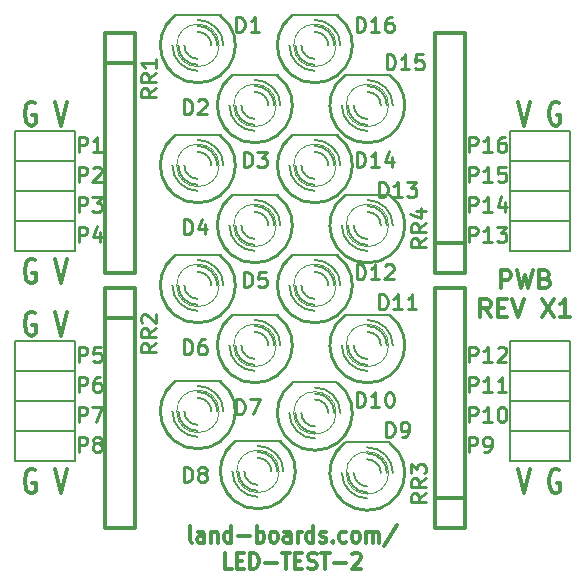
<source format=gto>
G04 (created by PCBNEW (2013-07-07 BZR 4022)-stable) date 10/24/2014 11:46:49 AM*
%MOIN*%
G04 Gerber Fmt 3.4, Leading zero omitted, Abs format*
%FSLAX34Y34*%
G01*
G70*
G90*
G04 APERTURE LIST*
%ADD10C,0.00590551*%
%ADD11C,0.012*%
%ADD12C,0.008*%
%ADD13C,0.003*%
%ADD14C,0.01*%
%ADD15C,0.006*%
G04 APERTURE END LIST*
G54D10*
G54D11*
X78271Y-34773D02*
X78471Y-35573D01*
X78671Y-34773D01*
X79642Y-34811D02*
X79585Y-34773D01*
X79500Y-34773D01*
X79414Y-34811D01*
X79357Y-34888D01*
X79328Y-34964D01*
X79300Y-35116D01*
X79300Y-35230D01*
X79328Y-35383D01*
X79357Y-35459D01*
X79414Y-35535D01*
X79500Y-35573D01*
X79557Y-35573D01*
X79642Y-35535D01*
X79671Y-35497D01*
X79671Y-35230D01*
X79557Y-35230D01*
X78271Y-47023D02*
X78471Y-47823D01*
X78671Y-47023D01*
X79642Y-47061D02*
X79585Y-47023D01*
X79500Y-47023D01*
X79414Y-47061D01*
X79357Y-47138D01*
X79328Y-47214D01*
X79300Y-47366D01*
X79300Y-47480D01*
X79328Y-47633D01*
X79357Y-47709D01*
X79414Y-47785D01*
X79500Y-47823D01*
X79557Y-47823D01*
X79642Y-47785D01*
X79671Y-47747D01*
X79671Y-47480D01*
X79557Y-47480D01*
X62171Y-40061D02*
X62114Y-40023D01*
X62028Y-40023D01*
X61942Y-40061D01*
X61885Y-40138D01*
X61857Y-40214D01*
X61828Y-40366D01*
X61828Y-40480D01*
X61857Y-40633D01*
X61885Y-40709D01*
X61942Y-40785D01*
X62028Y-40823D01*
X62085Y-40823D01*
X62171Y-40785D01*
X62200Y-40747D01*
X62200Y-40480D01*
X62085Y-40480D01*
X62828Y-40023D02*
X63028Y-40823D01*
X63228Y-40023D01*
X62171Y-34811D02*
X62114Y-34773D01*
X62028Y-34773D01*
X61942Y-34811D01*
X61885Y-34888D01*
X61857Y-34964D01*
X61828Y-35116D01*
X61828Y-35230D01*
X61857Y-35383D01*
X61885Y-35459D01*
X61942Y-35535D01*
X62028Y-35573D01*
X62085Y-35573D01*
X62171Y-35535D01*
X62200Y-35497D01*
X62200Y-35230D01*
X62085Y-35230D01*
X62828Y-34773D02*
X63028Y-35573D01*
X63228Y-34773D01*
X62171Y-41811D02*
X62114Y-41773D01*
X62028Y-41773D01*
X61942Y-41811D01*
X61885Y-41888D01*
X61857Y-41964D01*
X61828Y-42116D01*
X61828Y-42230D01*
X61857Y-42383D01*
X61885Y-42459D01*
X61942Y-42535D01*
X62028Y-42573D01*
X62085Y-42573D01*
X62171Y-42535D01*
X62200Y-42497D01*
X62200Y-42230D01*
X62085Y-42230D01*
X62828Y-41773D02*
X63028Y-42573D01*
X63228Y-41773D01*
X62171Y-47061D02*
X62114Y-47023D01*
X62028Y-47023D01*
X61942Y-47061D01*
X61885Y-47138D01*
X61857Y-47214D01*
X61828Y-47366D01*
X61828Y-47480D01*
X61857Y-47633D01*
X61885Y-47709D01*
X61942Y-47785D01*
X62028Y-47823D01*
X62085Y-47823D01*
X62171Y-47785D01*
X62200Y-47747D01*
X62200Y-47480D01*
X62085Y-47480D01*
X62828Y-47023D02*
X63028Y-47823D01*
X63228Y-47023D01*
X67404Y-49472D02*
X67357Y-49446D01*
X67333Y-49394D01*
X67333Y-48922D01*
X67809Y-49472D02*
X67809Y-49184D01*
X67785Y-49132D01*
X67738Y-49105D01*
X67642Y-49105D01*
X67595Y-49132D01*
X67809Y-49446D02*
X67761Y-49472D01*
X67642Y-49472D01*
X67595Y-49446D01*
X67571Y-49394D01*
X67571Y-49341D01*
X67595Y-49289D01*
X67642Y-49263D01*
X67761Y-49263D01*
X67809Y-49236D01*
X68047Y-49105D02*
X68047Y-49472D01*
X68047Y-49158D02*
X68071Y-49132D01*
X68119Y-49105D01*
X68190Y-49105D01*
X68238Y-49132D01*
X68261Y-49184D01*
X68261Y-49472D01*
X68714Y-49472D02*
X68714Y-48922D01*
X68714Y-49446D02*
X68666Y-49472D01*
X68571Y-49472D01*
X68523Y-49446D01*
X68500Y-49420D01*
X68476Y-49367D01*
X68476Y-49210D01*
X68500Y-49158D01*
X68523Y-49132D01*
X68571Y-49105D01*
X68666Y-49105D01*
X68714Y-49132D01*
X68952Y-49263D02*
X69333Y-49263D01*
X69571Y-49472D02*
X69571Y-48922D01*
X69571Y-49132D02*
X69619Y-49105D01*
X69714Y-49105D01*
X69761Y-49132D01*
X69785Y-49158D01*
X69809Y-49210D01*
X69809Y-49367D01*
X69785Y-49420D01*
X69761Y-49446D01*
X69714Y-49472D01*
X69619Y-49472D01*
X69571Y-49446D01*
X70095Y-49472D02*
X70047Y-49446D01*
X70023Y-49420D01*
X70000Y-49367D01*
X70000Y-49210D01*
X70023Y-49158D01*
X70047Y-49132D01*
X70095Y-49105D01*
X70166Y-49105D01*
X70214Y-49132D01*
X70238Y-49158D01*
X70261Y-49210D01*
X70261Y-49367D01*
X70238Y-49420D01*
X70214Y-49446D01*
X70166Y-49472D01*
X70095Y-49472D01*
X70690Y-49472D02*
X70690Y-49184D01*
X70666Y-49132D01*
X70619Y-49105D01*
X70523Y-49105D01*
X70476Y-49132D01*
X70690Y-49446D02*
X70642Y-49472D01*
X70523Y-49472D01*
X70476Y-49446D01*
X70452Y-49394D01*
X70452Y-49341D01*
X70476Y-49289D01*
X70523Y-49263D01*
X70642Y-49263D01*
X70690Y-49236D01*
X70928Y-49472D02*
X70928Y-49105D01*
X70928Y-49210D02*
X70952Y-49158D01*
X70976Y-49132D01*
X71023Y-49105D01*
X71071Y-49105D01*
X71452Y-49472D02*
X71452Y-48922D01*
X71452Y-49446D02*
X71404Y-49472D01*
X71309Y-49472D01*
X71261Y-49446D01*
X71238Y-49420D01*
X71214Y-49367D01*
X71214Y-49210D01*
X71238Y-49158D01*
X71261Y-49132D01*
X71309Y-49105D01*
X71404Y-49105D01*
X71452Y-49132D01*
X71666Y-49446D02*
X71714Y-49472D01*
X71809Y-49472D01*
X71857Y-49446D01*
X71880Y-49394D01*
X71880Y-49367D01*
X71857Y-49315D01*
X71809Y-49289D01*
X71738Y-49289D01*
X71690Y-49263D01*
X71666Y-49210D01*
X71666Y-49184D01*
X71690Y-49132D01*
X71738Y-49105D01*
X71809Y-49105D01*
X71857Y-49132D01*
X72095Y-49420D02*
X72119Y-49446D01*
X72095Y-49472D01*
X72071Y-49446D01*
X72095Y-49420D01*
X72095Y-49472D01*
X72547Y-49446D02*
X72500Y-49472D01*
X72404Y-49472D01*
X72357Y-49446D01*
X72333Y-49420D01*
X72309Y-49367D01*
X72309Y-49210D01*
X72333Y-49158D01*
X72357Y-49132D01*
X72404Y-49105D01*
X72500Y-49105D01*
X72547Y-49132D01*
X72833Y-49472D02*
X72785Y-49446D01*
X72761Y-49420D01*
X72738Y-49367D01*
X72738Y-49210D01*
X72761Y-49158D01*
X72785Y-49132D01*
X72833Y-49105D01*
X72904Y-49105D01*
X72952Y-49132D01*
X72976Y-49158D01*
X73000Y-49210D01*
X73000Y-49367D01*
X72976Y-49420D01*
X72952Y-49446D01*
X72904Y-49472D01*
X72833Y-49472D01*
X73214Y-49472D02*
X73214Y-49105D01*
X73214Y-49158D02*
X73238Y-49132D01*
X73285Y-49105D01*
X73357Y-49105D01*
X73404Y-49132D01*
X73428Y-49184D01*
X73428Y-49472D01*
X73428Y-49184D02*
X73452Y-49132D01*
X73500Y-49105D01*
X73571Y-49105D01*
X73619Y-49132D01*
X73642Y-49184D01*
X73642Y-49472D01*
X74238Y-48896D02*
X73809Y-49603D01*
X68726Y-50362D02*
X68488Y-50362D01*
X68488Y-49812D01*
X68892Y-50074D02*
X69059Y-50074D01*
X69130Y-50362D02*
X68892Y-50362D01*
X68892Y-49812D01*
X69130Y-49812D01*
X69345Y-50362D02*
X69345Y-49812D01*
X69464Y-49812D01*
X69535Y-49838D01*
X69583Y-49891D01*
X69607Y-49943D01*
X69630Y-50048D01*
X69630Y-50126D01*
X69607Y-50231D01*
X69583Y-50284D01*
X69535Y-50336D01*
X69464Y-50362D01*
X69345Y-50362D01*
X69845Y-50153D02*
X70226Y-50153D01*
X70392Y-49812D02*
X70678Y-49812D01*
X70535Y-50362D02*
X70535Y-49812D01*
X70845Y-50074D02*
X71011Y-50074D01*
X71083Y-50362D02*
X70845Y-50362D01*
X70845Y-49812D01*
X71083Y-49812D01*
X71273Y-50336D02*
X71345Y-50362D01*
X71464Y-50362D01*
X71511Y-50336D01*
X71535Y-50310D01*
X71559Y-50257D01*
X71559Y-50205D01*
X71535Y-50153D01*
X71511Y-50126D01*
X71464Y-50100D01*
X71369Y-50074D01*
X71321Y-50048D01*
X71297Y-50022D01*
X71273Y-49969D01*
X71273Y-49917D01*
X71297Y-49865D01*
X71321Y-49838D01*
X71369Y-49812D01*
X71488Y-49812D01*
X71559Y-49838D01*
X71702Y-49812D02*
X71988Y-49812D01*
X71845Y-50362D02*
X71845Y-49812D01*
X72154Y-50153D02*
X72535Y-50153D01*
X72750Y-49865D02*
X72773Y-49838D01*
X72821Y-49812D01*
X72940Y-49812D01*
X72988Y-49838D01*
X73011Y-49865D01*
X73035Y-49917D01*
X73035Y-49969D01*
X73011Y-50048D01*
X72726Y-50362D01*
X73035Y-50362D01*
X77700Y-40992D02*
X77700Y-40392D01*
X77928Y-40392D01*
X77985Y-40421D01*
X78014Y-40450D01*
X78042Y-40507D01*
X78042Y-40592D01*
X78014Y-40650D01*
X77985Y-40678D01*
X77928Y-40707D01*
X77700Y-40707D01*
X78242Y-40392D02*
X78385Y-40992D01*
X78500Y-40564D01*
X78614Y-40992D01*
X78757Y-40392D01*
X79185Y-40678D02*
X79271Y-40707D01*
X79300Y-40735D01*
X79328Y-40792D01*
X79328Y-40878D01*
X79300Y-40935D01*
X79271Y-40964D01*
X79214Y-40992D01*
X78985Y-40992D01*
X78985Y-40392D01*
X79185Y-40392D01*
X79242Y-40421D01*
X79271Y-40450D01*
X79300Y-40507D01*
X79300Y-40564D01*
X79271Y-40621D01*
X79242Y-40650D01*
X79185Y-40678D01*
X78985Y-40678D01*
X77357Y-41952D02*
X77157Y-41667D01*
X77014Y-41952D02*
X77014Y-41352D01*
X77242Y-41352D01*
X77299Y-41381D01*
X77328Y-41410D01*
X77357Y-41467D01*
X77357Y-41552D01*
X77328Y-41610D01*
X77299Y-41638D01*
X77242Y-41667D01*
X77014Y-41667D01*
X77614Y-41638D02*
X77814Y-41638D01*
X77899Y-41952D02*
X77614Y-41952D01*
X77614Y-41352D01*
X77899Y-41352D01*
X78071Y-41352D02*
X78271Y-41952D01*
X78471Y-41352D01*
X79071Y-41352D02*
X79471Y-41952D01*
X79471Y-41352D02*
X79071Y-41952D01*
X80014Y-41952D02*
X79671Y-41952D01*
X79842Y-41952D02*
X79842Y-41352D01*
X79785Y-41438D01*
X79728Y-41495D01*
X79671Y-41524D01*
G54D12*
X68350Y-44080D02*
X66850Y-44080D01*
G54D13*
X68307Y-45100D02*
G75*
G03X68307Y-45100I-707J0D01*
G74*
G01*
G54D14*
X66849Y-44100D02*
G75*
G03X68350Y-44100I750J-999D01*
G74*
G01*
G54D15*
X67150Y-45100D02*
G75*
G03X67600Y-45550I450J0D01*
G74*
G01*
X68050Y-45100D02*
G75*
G03X67600Y-44650I-450J0D01*
G74*
G01*
X66950Y-45100D02*
G75*
G03X67600Y-45750I650J0D01*
G74*
G01*
X68250Y-45100D02*
G75*
G03X67600Y-44450I-650J0D01*
G74*
G01*
X66750Y-45100D02*
G75*
G03X67600Y-45950I850J0D01*
G74*
G01*
X68450Y-45100D02*
G75*
G03X67600Y-44250I-850J0D01*
G74*
G01*
G54D12*
X72250Y-39880D02*
X70750Y-39880D01*
G54D13*
X72207Y-40900D02*
G75*
G03X72207Y-40900I-707J0D01*
G74*
G01*
G54D14*
X70749Y-39900D02*
G75*
G03X72250Y-39900I750J-999D01*
G74*
G01*
G54D15*
X71050Y-40900D02*
G75*
G03X71500Y-41350I450J0D01*
G74*
G01*
X71950Y-40900D02*
G75*
G03X71500Y-40450I-450J0D01*
G74*
G01*
X70850Y-40900D02*
G75*
G03X71500Y-41550I650J0D01*
G74*
G01*
X72150Y-40900D02*
G75*
G03X71500Y-40250I-650J0D01*
G74*
G01*
X70650Y-40900D02*
G75*
G03X71500Y-41750I850J0D01*
G74*
G01*
X72350Y-40900D02*
G75*
G03X71500Y-40050I-850J0D01*
G74*
G01*
G54D12*
X74000Y-41880D02*
X72500Y-41880D01*
G54D13*
X73957Y-42900D02*
G75*
G03X73957Y-42900I-707J0D01*
G74*
G01*
G54D14*
X72499Y-41900D02*
G75*
G03X74000Y-41900I750J-999D01*
G74*
G01*
G54D15*
X72800Y-42900D02*
G75*
G03X73250Y-43350I450J0D01*
G74*
G01*
X73700Y-42900D02*
G75*
G03X73250Y-42450I-450J0D01*
G74*
G01*
X72600Y-42900D02*
G75*
G03X73250Y-43550I650J0D01*
G74*
G01*
X73900Y-42900D02*
G75*
G03X73250Y-42250I-650J0D01*
G74*
G01*
X72400Y-42900D02*
G75*
G03X73250Y-43750I850J0D01*
G74*
G01*
X74100Y-42900D02*
G75*
G03X73250Y-42050I-850J0D01*
G74*
G01*
G54D12*
X72250Y-44130D02*
X70750Y-44130D01*
G54D13*
X72207Y-45150D02*
G75*
G03X72207Y-45150I-707J0D01*
G74*
G01*
G54D14*
X70749Y-44150D02*
G75*
G03X72250Y-44150I750J-999D01*
G74*
G01*
G54D15*
X71050Y-45150D02*
G75*
G03X71500Y-45600I450J0D01*
G74*
G01*
X71950Y-45150D02*
G75*
G03X71500Y-44700I-450J0D01*
G74*
G01*
X70850Y-45150D02*
G75*
G03X71500Y-45800I650J0D01*
G74*
G01*
X72150Y-45150D02*
G75*
G03X71500Y-44500I-650J0D01*
G74*
G01*
X70650Y-45150D02*
G75*
G03X71500Y-46000I850J0D01*
G74*
G01*
X72350Y-45150D02*
G75*
G03X71500Y-44300I-850J0D01*
G74*
G01*
G54D12*
X74000Y-46130D02*
X72500Y-46130D01*
G54D13*
X73957Y-47150D02*
G75*
G03X73957Y-47150I-707J0D01*
G74*
G01*
G54D14*
X72499Y-46150D02*
G75*
G03X74000Y-46150I750J-999D01*
G74*
G01*
G54D15*
X72800Y-47150D02*
G75*
G03X73250Y-47600I450J0D01*
G74*
G01*
X73700Y-47150D02*
G75*
G03X73250Y-46700I-450J0D01*
G74*
G01*
X72600Y-47150D02*
G75*
G03X73250Y-47800I650J0D01*
G74*
G01*
X73900Y-47150D02*
G75*
G03X73250Y-46500I-650J0D01*
G74*
G01*
X72400Y-47150D02*
G75*
G03X73250Y-48000I850J0D01*
G74*
G01*
X74100Y-47150D02*
G75*
G03X73250Y-46300I-850J0D01*
G74*
G01*
G54D12*
X70350Y-46080D02*
X68850Y-46080D01*
G54D13*
X70307Y-47100D02*
G75*
G03X70307Y-47100I-707J0D01*
G74*
G01*
G54D14*
X68849Y-46100D02*
G75*
G03X70350Y-46100I750J-999D01*
G74*
G01*
G54D15*
X69150Y-47100D02*
G75*
G03X69600Y-47550I450J0D01*
G74*
G01*
X70050Y-47100D02*
G75*
G03X69600Y-46650I-450J0D01*
G74*
G01*
X68950Y-47100D02*
G75*
G03X69600Y-47750I650J0D01*
G74*
G01*
X70250Y-47100D02*
G75*
G03X69600Y-46450I-650J0D01*
G74*
G01*
X68750Y-47100D02*
G75*
G03X69600Y-47950I850J0D01*
G74*
G01*
X70450Y-47100D02*
G75*
G03X69600Y-46250I-850J0D01*
G74*
G01*
G54D12*
X70250Y-41880D02*
X68750Y-41880D01*
G54D13*
X70207Y-42900D02*
G75*
G03X70207Y-42900I-707J0D01*
G74*
G01*
G54D14*
X68749Y-41900D02*
G75*
G03X70250Y-41900I750J-999D01*
G74*
G01*
G54D15*
X69050Y-42900D02*
G75*
G03X69500Y-43350I450J0D01*
G74*
G01*
X69950Y-42900D02*
G75*
G03X69500Y-42450I-450J0D01*
G74*
G01*
X68850Y-42900D02*
G75*
G03X69500Y-43550I650J0D01*
G74*
G01*
X70150Y-42900D02*
G75*
G03X69500Y-42250I-650J0D01*
G74*
G01*
X68650Y-42900D02*
G75*
G03X69500Y-43750I850J0D01*
G74*
G01*
X70350Y-42900D02*
G75*
G03X69500Y-42050I-850J0D01*
G74*
G01*
G54D12*
X68350Y-39880D02*
X66850Y-39880D01*
G54D13*
X68307Y-40900D02*
G75*
G03X68307Y-40900I-707J0D01*
G74*
G01*
G54D14*
X66849Y-39900D02*
G75*
G03X68350Y-39900I750J-999D01*
G74*
G01*
G54D15*
X67150Y-40900D02*
G75*
G03X67600Y-41350I450J0D01*
G74*
G01*
X68050Y-40900D02*
G75*
G03X67600Y-40450I-450J0D01*
G74*
G01*
X66950Y-40900D02*
G75*
G03X67600Y-41550I650J0D01*
G74*
G01*
X68250Y-40900D02*
G75*
G03X67600Y-40250I-650J0D01*
G74*
G01*
X66750Y-40900D02*
G75*
G03X67600Y-41750I850J0D01*
G74*
G01*
X68450Y-40900D02*
G75*
G03X67600Y-40050I-850J0D01*
G74*
G01*
G54D12*
X70250Y-37880D02*
X68750Y-37880D01*
G54D13*
X70207Y-38900D02*
G75*
G03X70207Y-38900I-707J0D01*
G74*
G01*
G54D14*
X68749Y-37900D02*
G75*
G03X70250Y-37900I750J-999D01*
G74*
G01*
G54D15*
X69050Y-38900D02*
G75*
G03X69500Y-39350I450J0D01*
G74*
G01*
X69950Y-38900D02*
G75*
G03X69500Y-38450I-450J0D01*
G74*
G01*
X68850Y-38900D02*
G75*
G03X69500Y-39550I650J0D01*
G74*
G01*
X70150Y-38900D02*
G75*
G03X69500Y-38250I-650J0D01*
G74*
G01*
X68650Y-38900D02*
G75*
G03X69500Y-39750I850J0D01*
G74*
G01*
X70350Y-38900D02*
G75*
G03X69500Y-38050I-850J0D01*
G74*
G01*
G54D12*
X68350Y-35880D02*
X66850Y-35880D01*
G54D13*
X68307Y-36900D02*
G75*
G03X68307Y-36900I-707J0D01*
G74*
G01*
G54D14*
X66849Y-35900D02*
G75*
G03X68350Y-35900I750J-999D01*
G74*
G01*
G54D15*
X67150Y-36900D02*
G75*
G03X67600Y-37350I450J0D01*
G74*
G01*
X68050Y-36900D02*
G75*
G03X67600Y-36450I-450J0D01*
G74*
G01*
X66950Y-36900D02*
G75*
G03X67600Y-37550I650J0D01*
G74*
G01*
X68250Y-36900D02*
G75*
G03X67600Y-36250I-650J0D01*
G74*
G01*
X66750Y-36900D02*
G75*
G03X67600Y-37750I850J0D01*
G74*
G01*
X68450Y-36900D02*
G75*
G03X67600Y-36050I-850J0D01*
G74*
G01*
G54D12*
X70250Y-33880D02*
X68750Y-33880D01*
G54D13*
X70207Y-34900D02*
G75*
G03X70207Y-34900I-707J0D01*
G74*
G01*
G54D14*
X68749Y-33900D02*
G75*
G03X70250Y-33900I750J-999D01*
G74*
G01*
G54D15*
X69050Y-34900D02*
G75*
G03X69500Y-35350I450J0D01*
G74*
G01*
X69950Y-34900D02*
G75*
G03X69500Y-34450I-450J0D01*
G74*
G01*
X68850Y-34900D02*
G75*
G03X69500Y-35550I650J0D01*
G74*
G01*
X70150Y-34900D02*
G75*
G03X69500Y-34250I-650J0D01*
G74*
G01*
X68650Y-34900D02*
G75*
G03X69500Y-35750I850J0D01*
G74*
G01*
X70350Y-34900D02*
G75*
G03X69500Y-34050I-850J0D01*
G74*
G01*
G54D12*
X68350Y-31880D02*
X66850Y-31880D01*
G54D13*
X68307Y-32900D02*
G75*
G03X68307Y-32900I-707J0D01*
G74*
G01*
G54D14*
X66849Y-31900D02*
G75*
G03X68350Y-31900I750J-999D01*
G74*
G01*
G54D15*
X67150Y-32900D02*
G75*
G03X67600Y-33350I450J0D01*
G74*
G01*
X68050Y-32900D02*
G75*
G03X67600Y-32450I-450J0D01*
G74*
G01*
X66950Y-32900D02*
G75*
G03X67600Y-33550I650J0D01*
G74*
G01*
X68250Y-32900D02*
G75*
G03X67600Y-32250I-650J0D01*
G74*
G01*
X66750Y-32900D02*
G75*
G03X67600Y-33750I850J0D01*
G74*
G01*
X68450Y-32900D02*
G75*
G03X67600Y-32050I-850J0D01*
G74*
G01*
G54D12*
X72250Y-31880D02*
X70750Y-31880D01*
G54D13*
X72207Y-32900D02*
G75*
G03X72207Y-32900I-707J0D01*
G74*
G01*
G54D14*
X70749Y-31900D02*
G75*
G03X72250Y-31900I750J-999D01*
G74*
G01*
G54D15*
X71050Y-32900D02*
G75*
G03X71500Y-33350I450J0D01*
G74*
G01*
X71950Y-32900D02*
G75*
G03X71500Y-32450I-450J0D01*
G74*
G01*
X70850Y-32900D02*
G75*
G03X71500Y-33550I650J0D01*
G74*
G01*
X72150Y-32900D02*
G75*
G03X71500Y-32250I-650J0D01*
G74*
G01*
X70650Y-32900D02*
G75*
G03X71500Y-33750I850J0D01*
G74*
G01*
X72350Y-32900D02*
G75*
G03X71500Y-32050I-850J0D01*
G74*
G01*
G54D12*
X74000Y-37880D02*
X72500Y-37880D01*
G54D13*
X73957Y-38900D02*
G75*
G03X73957Y-38900I-707J0D01*
G74*
G01*
G54D14*
X72499Y-37900D02*
G75*
G03X74000Y-37900I750J-999D01*
G74*
G01*
G54D15*
X72800Y-38900D02*
G75*
G03X73250Y-39350I450J0D01*
G74*
G01*
X73700Y-38900D02*
G75*
G03X73250Y-38450I-450J0D01*
G74*
G01*
X72600Y-38900D02*
G75*
G03X73250Y-39550I650J0D01*
G74*
G01*
X73900Y-38900D02*
G75*
G03X73250Y-38250I-650J0D01*
G74*
G01*
X72400Y-38900D02*
G75*
G03X73250Y-39750I850J0D01*
G74*
G01*
X74100Y-38900D02*
G75*
G03X73250Y-38050I-850J0D01*
G74*
G01*
G54D12*
X72250Y-35880D02*
X70750Y-35880D01*
G54D13*
X72207Y-36900D02*
G75*
G03X72207Y-36900I-707J0D01*
G74*
G01*
G54D14*
X70749Y-35900D02*
G75*
G03X72250Y-35900I750J-999D01*
G74*
G01*
G54D15*
X71050Y-36900D02*
G75*
G03X71500Y-37350I450J0D01*
G74*
G01*
X71950Y-36900D02*
G75*
G03X71500Y-36450I-450J0D01*
G74*
G01*
X70850Y-36900D02*
G75*
G03X71500Y-37550I650J0D01*
G74*
G01*
X72150Y-36900D02*
G75*
G03X71500Y-36250I-650J0D01*
G74*
G01*
X70650Y-36900D02*
G75*
G03X71500Y-37750I850J0D01*
G74*
G01*
X72350Y-36900D02*
G75*
G03X71500Y-36050I-850J0D01*
G74*
G01*
G54D12*
X74000Y-33880D02*
X72500Y-33880D01*
G54D13*
X73957Y-34900D02*
G75*
G03X73957Y-34900I-707J0D01*
G74*
G01*
G54D14*
X72499Y-33900D02*
G75*
G03X74000Y-33900I750J-999D01*
G74*
G01*
G54D15*
X72800Y-34900D02*
G75*
G03X73250Y-35350I450J0D01*
G74*
G01*
X73700Y-34900D02*
G75*
G03X73250Y-34450I-450J0D01*
G74*
G01*
X72600Y-34900D02*
G75*
G03X73250Y-35550I650J0D01*
G74*
G01*
X73900Y-34900D02*
G75*
G03X73250Y-34250I-650J0D01*
G74*
G01*
X72400Y-34900D02*
G75*
G03X73250Y-35750I850J0D01*
G74*
G01*
X74100Y-34900D02*
G75*
G03X73250Y-34050I-850J0D01*
G74*
G01*
X80000Y-45750D02*
X80000Y-46750D01*
X80000Y-46750D02*
X78000Y-46750D01*
X78000Y-46750D02*
X78000Y-45750D01*
X78000Y-45750D02*
X80000Y-45750D01*
X80000Y-35750D02*
X80000Y-36750D01*
X80000Y-36750D02*
X78000Y-36750D01*
X78000Y-36750D02*
X78000Y-35750D01*
X78000Y-35750D02*
X80000Y-35750D01*
X80000Y-36750D02*
X80000Y-37750D01*
X80000Y-37750D02*
X78000Y-37750D01*
X78000Y-37750D02*
X78000Y-36750D01*
X78000Y-36750D02*
X80000Y-36750D01*
X80000Y-37750D02*
X80000Y-38750D01*
X80000Y-38750D02*
X78000Y-38750D01*
X78000Y-38750D02*
X78000Y-37750D01*
X78000Y-37750D02*
X80000Y-37750D01*
X80000Y-38750D02*
X80000Y-39750D01*
X80000Y-39750D02*
X78000Y-39750D01*
X78000Y-39750D02*
X78000Y-38750D01*
X78000Y-38750D02*
X80000Y-38750D01*
X80000Y-42750D02*
X80000Y-43750D01*
X80000Y-43750D02*
X78000Y-43750D01*
X78000Y-43750D02*
X78000Y-42750D01*
X78000Y-42750D02*
X80000Y-42750D01*
X80000Y-43750D02*
X80000Y-44750D01*
X80000Y-44750D02*
X78000Y-44750D01*
X78000Y-44750D02*
X78000Y-43750D01*
X78000Y-43750D02*
X80000Y-43750D01*
X80000Y-44750D02*
X80000Y-45750D01*
X80000Y-45750D02*
X78000Y-45750D01*
X78000Y-45750D02*
X78000Y-44750D01*
X78000Y-44750D02*
X80000Y-44750D01*
X61500Y-36750D02*
X61500Y-35750D01*
X61500Y-35750D02*
X63500Y-35750D01*
X63500Y-35750D02*
X63500Y-36750D01*
X63500Y-36750D02*
X61500Y-36750D01*
X61500Y-46750D02*
X61500Y-45750D01*
X61500Y-45750D02*
X63500Y-45750D01*
X63500Y-45750D02*
X63500Y-46750D01*
X63500Y-46750D02*
X61500Y-46750D01*
X61500Y-45750D02*
X61500Y-44750D01*
X61500Y-44750D02*
X63500Y-44750D01*
X63500Y-44750D02*
X63500Y-45750D01*
X63500Y-45750D02*
X61500Y-45750D01*
X61500Y-44750D02*
X61500Y-43750D01*
X61500Y-43750D02*
X63500Y-43750D01*
X63500Y-43750D02*
X63500Y-44750D01*
X63500Y-44750D02*
X61500Y-44750D01*
X61500Y-43750D02*
X61500Y-42750D01*
X61500Y-42750D02*
X63500Y-42750D01*
X63500Y-42750D02*
X63500Y-43750D01*
X63500Y-43750D02*
X61500Y-43750D01*
X61500Y-39750D02*
X61500Y-38750D01*
X61500Y-38750D02*
X63500Y-38750D01*
X63500Y-38750D02*
X63500Y-39750D01*
X63500Y-39750D02*
X61500Y-39750D01*
X61500Y-38750D02*
X61500Y-37750D01*
X61500Y-37750D02*
X63500Y-37750D01*
X63500Y-37750D02*
X63500Y-38750D01*
X63500Y-38750D02*
X61500Y-38750D01*
X61500Y-37750D02*
X61500Y-36750D01*
X61500Y-36750D02*
X63500Y-36750D01*
X63500Y-36750D02*
X63500Y-37750D01*
X63500Y-37750D02*
X61500Y-37750D01*
G54D11*
X65500Y-32500D02*
X65500Y-40500D01*
X65500Y-40500D02*
X64500Y-40500D01*
X64500Y-40500D02*
X64500Y-32500D01*
X64500Y-32500D02*
X65500Y-32500D01*
X64500Y-33500D02*
X65500Y-33500D01*
X65500Y-41000D02*
X65500Y-49000D01*
X65500Y-49000D02*
X64500Y-49000D01*
X64500Y-49000D02*
X64500Y-41000D01*
X64500Y-41000D02*
X65500Y-41000D01*
X64500Y-42000D02*
X65500Y-42000D01*
X75500Y-49000D02*
X75500Y-41000D01*
X75500Y-41000D02*
X76500Y-41000D01*
X76500Y-41000D02*
X76500Y-49000D01*
X76500Y-49000D02*
X75500Y-49000D01*
X76500Y-48000D02*
X75500Y-48000D01*
X75500Y-40500D02*
X75500Y-32500D01*
X75500Y-32500D02*
X76500Y-32500D01*
X76500Y-32500D02*
X76500Y-40500D01*
X76500Y-40500D02*
X75500Y-40500D01*
X76500Y-39500D02*
X75500Y-39500D01*
G54D14*
X68880Y-45202D02*
X68880Y-44702D01*
X69000Y-44702D01*
X69071Y-44726D01*
X69119Y-44773D01*
X69142Y-44821D01*
X69166Y-44916D01*
X69166Y-44988D01*
X69142Y-45083D01*
X69119Y-45130D01*
X69071Y-45178D01*
X69000Y-45202D01*
X68880Y-45202D01*
X69333Y-44702D02*
X69666Y-44702D01*
X69452Y-45202D01*
X72892Y-40702D02*
X72892Y-40202D01*
X73011Y-40202D01*
X73083Y-40226D01*
X73130Y-40273D01*
X73154Y-40321D01*
X73178Y-40416D01*
X73178Y-40488D01*
X73154Y-40583D01*
X73130Y-40630D01*
X73083Y-40678D01*
X73011Y-40702D01*
X72892Y-40702D01*
X73654Y-40702D02*
X73369Y-40702D01*
X73511Y-40702D02*
X73511Y-40202D01*
X73464Y-40273D01*
X73416Y-40321D01*
X73369Y-40345D01*
X73845Y-40250D02*
X73869Y-40226D01*
X73916Y-40202D01*
X74035Y-40202D01*
X74083Y-40226D01*
X74107Y-40250D01*
X74130Y-40297D01*
X74130Y-40345D01*
X74107Y-40416D01*
X73821Y-40702D01*
X74130Y-40702D01*
X73642Y-41702D02*
X73642Y-41202D01*
X73761Y-41202D01*
X73833Y-41226D01*
X73880Y-41273D01*
X73904Y-41321D01*
X73928Y-41416D01*
X73928Y-41488D01*
X73904Y-41583D01*
X73880Y-41630D01*
X73833Y-41678D01*
X73761Y-41702D01*
X73642Y-41702D01*
X74404Y-41702D02*
X74119Y-41702D01*
X74261Y-41702D02*
X74261Y-41202D01*
X74214Y-41273D01*
X74166Y-41321D01*
X74119Y-41345D01*
X74880Y-41702D02*
X74595Y-41702D01*
X74738Y-41702D02*
X74738Y-41202D01*
X74690Y-41273D01*
X74642Y-41321D01*
X74595Y-41345D01*
X72892Y-44952D02*
X72892Y-44452D01*
X73011Y-44452D01*
X73083Y-44476D01*
X73130Y-44523D01*
X73154Y-44571D01*
X73178Y-44666D01*
X73178Y-44738D01*
X73154Y-44833D01*
X73130Y-44880D01*
X73083Y-44928D01*
X73011Y-44952D01*
X72892Y-44952D01*
X73654Y-44952D02*
X73369Y-44952D01*
X73511Y-44952D02*
X73511Y-44452D01*
X73464Y-44523D01*
X73416Y-44571D01*
X73369Y-44595D01*
X73964Y-44452D02*
X74011Y-44452D01*
X74059Y-44476D01*
X74083Y-44500D01*
X74107Y-44547D01*
X74130Y-44642D01*
X74130Y-44761D01*
X74107Y-44857D01*
X74083Y-44904D01*
X74059Y-44928D01*
X74011Y-44952D01*
X73964Y-44952D01*
X73916Y-44928D01*
X73892Y-44904D01*
X73869Y-44857D01*
X73845Y-44761D01*
X73845Y-44642D01*
X73869Y-44547D01*
X73892Y-44500D01*
X73916Y-44476D01*
X73964Y-44452D01*
X73880Y-45952D02*
X73880Y-45452D01*
X74000Y-45452D01*
X74071Y-45476D01*
X74119Y-45523D01*
X74142Y-45571D01*
X74166Y-45666D01*
X74166Y-45738D01*
X74142Y-45833D01*
X74119Y-45880D01*
X74071Y-45928D01*
X74000Y-45952D01*
X73880Y-45952D01*
X74404Y-45952D02*
X74500Y-45952D01*
X74547Y-45928D01*
X74571Y-45904D01*
X74619Y-45833D01*
X74642Y-45738D01*
X74642Y-45547D01*
X74619Y-45500D01*
X74595Y-45476D01*
X74547Y-45452D01*
X74452Y-45452D01*
X74404Y-45476D01*
X74380Y-45500D01*
X74357Y-45547D01*
X74357Y-45666D01*
X74380Y-45714D01*
X74404Y-45738D01*
X74452Y-45761D01*
X74547Y-45761D01*
X74595Y-45738D01*
X74619Y-45714D01*
X74642Y-45666D01*
X67130Y-47452D02*
X67130Y-46952D01*
X67250Y-46952D01*
X67321Y-46976D01*
X67369Y-47023D01*
X67392Y-47071D01*
X67416Y-47166D01*
X67416Y-47238D01*
X67392Y-47333D01*
X67369Y-47380D01*
X67321Y-47428D01*
X67250Y-47452D01*
X67130Y-47452D01*
X67702Y-47166D02*
X67654Y-47142D01*
X67630Y-47119D01*
X67607Y-47071D01*
X67607Y-47047D01*
X67630Y-47000D01*
X67654Y-46976D01*
X67702Y-46952D01*
X67797Y-46952D01*
X67845Y-46976D01*
X67869Y-47000D01*
X67892Y-47047D01*
X67892Y-47071D01*
X67869Y-47119D01*
X67845Y-47142D01*
X67797Y-47166D01*
X67702Y-47166D01*
X67654Y-47190D01*
X67630Y-47214D01*
X67607Y-47261D01*
X67607Y-47357D01*
X67630Y-47404D01*
X67654Y-47428D01*
X67702Y-47452D01*
X67797Y-47452D01*
X67845Y-47428D01*
X67869Y-47404D01*
X67892Y-47357D01*
X67892Y-47261D01*
X67869Y-47214D01*
X67845Y-47190D01*
X67797Y-47166D01*
X67130Y-43202D02*
X67130Y-42702D01*
X67250Y-42702D01*
X67321Y-42726D01*
X67369Y-42773D01*
X67392Y-42821D01*
X67416Y-42916D01*
X67416Y-42988D01*
X67392Y-43083D01*
X67369Y-43130D01*
X67321Y-43178D01*
X67250Y-43202D01*
X67130Y-43202D01*
X67845Y-42702D02*
X67750Y-42702D01*
X67702Y-42726D01*
X67678Y-42750D01*
X67630Y-42821D01*
X67607Y-42916D01*
X67607Y-43107D01*
X67630Y-43154D01*
X67654Y-43178D01*
X67702Y-43202D01*
X67797Y-43202D01*
X67845Y-43178D01*
X67869Y-43154D01*
X67892Y-43107D01*
X67892Y-42988D01*
X67869Y-42940D01*
X67845Y-42916D01*
X67797Y-42892D01*
X67702Y-42892D01*
X67654Y-42916D01*
X67630Y-42940D01*
X67607Y-42988D01*
X69130Y-40952D02*
X69130Y-40452D01*
X69250Y-40452D01*
X69321Y-40476D01*
X69369Y-40523D01*
X69392Y-40571D01*
X69416Y-40666D01*
X69416Y-40738D01*
X69392Y-40833D01*
X69369Y-40880D01*
X69321Y-40928D01*
X69250Y-40952D01*
X69130Y-40952D01*
X69869Y-40452D02*
X69630Y-40452D01*
X69607Y-40690D01*
X69630Y-40666D01*
X69678Y-40642D01*
X69797Y-40642D01*
X69845Y-40666D01*
X69869Y-40690D01*
X69892Y-40738D01*
X69892Y-40857D01*
X69869Y-40904D01*
X69845Y-40928D01*
X69797Y-40952D01*
X69678Y-40952D01*
X69630Y-40928D01*
X69607Y-40904D01*
X67130Y-39202D02*
X67130Y-38702D01*
X67250Y-38702D01*
X67321Y-38726D01*
X67369Y-38773D01*
X67392Y-38821D01*
X67416Y-38916D01*
X67416Y-38988D01*
X67392Y-39083D01*
X67369Y-39130D01*
X67321Y-39178D01*
X67250Y-39202D01*
X67130Y-39202D01*
X67845Y-38869D02*
X67845Y-39202D01*
X67726Y-38678D02*
X67607Y-39035D01*
X67916Y-39035D01*
X69130Y-36952D02*
X69130Y-36452D01*
X69250Y-36452D01*
X69321Y-36476D01*
X69369Y-36523D01*
X69392Y-36571D01*
X69416Y-36666D01*
X69416Y-36738D01*
X69392Y-36833D01*
X69369Y-36880D01*
X69321Y-36928D01*
X69250Y-36952D01*
X69130Y-36952D01*
X69583Y-36452D02*
X69892Y-36452D01*
X69726Y-36642D01*
X69797Y-36642D01*
X69845Y-36666D01*
X69869Y-36690D01*
X69892Y-36738D01*
X69892Y-36857D01*
X69869Y-36904D01*
X69845Y-36928D01*
X69797Y-36952D01*
X69654Y-36952D01*
X69607Y-36928D01*
X69583Y-36904D01*
X67130Y-35202D02*
X67130Y-34702D01*
X67250Y-34702D01*
X67321Y-34726D01*
X67369Y-34773D01*
X67392Y-34821D01*
X67416Y-34916D01*
X67416Y-34988D01*
X67392Y-35083D01*
X67369Y-35130D01*
X67321Y-35178D01*
X67250Y-35202D01*
X67130Y-35202D01*
X67607Y-34750D02*
X67630Y-34726D01*
X67678Y-34702D01*
X67797Y-34702D01*
X67845Y-34726D01*
X67869Y-34750D01*
X67892Y-34797D01*
X67892Y-34845D01*
X67869Y-34916D01*
X67583Y-35202D01*
X67892Y-35202D01*
X68880Y-32452D02*
X68880Y-31952D01*
X69000Y-31952D01*
X69071Y-31976D01*
X69119Y-32023D01*
X69142Y-32071D01*
X69166Y-32166D01*
X69166Y-32238D01*
X69142Y-32333D01*
X69119Y-32380D01*
X69071Y-32428D01*
X69000Y-32452D01*
X68880Y-32452D01*
X69642Y-32452D02*
X69357Y-32452D01*
X69500Y-32452D02*
X69500Y-31952D01*
X69452Y-32023D01*
X69404Y-32071D01*
X69357Y-32095D01*
X72892Y-32452D02*
X72892Y-31952D01*
X73011Y-31952D01*
X73083Y-31976D01*
X73130Y-32023D01*
X73154Y-32071D01*
X73178Y-32166D01*
X73178Y-32238D01*
X73154Y-32333D01*
X73130Y-32380D01*
X73083Y-32428D01*
X73011Y-32452D01*
X72892Y-32452D01*
X73654Y-32452D02*
X73369Y-32452D01*
X73511Y-32452D02*
X73511Y-31952D01*
X73464Y-32023D01*
X73416Y-32071D01*
X73369Y-32095D01*
X74083Y-31952D02*
X73988Y-31952D01*
X73940Y-31976D01*
X73916Y-32000D01*
X73869Y-32071D01*
X73845Y-32166D01*
X73845Y-32357D01*
X73869Y-32404D01*
X73892Y-32428D01*
X73940Y-32452D01*
X74035Y-32452D01*
X74083Y-32428D01*
X74107Y-32404D01*
X74130Y-32357D01*
X74130Y-32238D01*
X74107Y-32190D01*
X74083Y-32166D01*
X74035Y-32142D01*
X73940Y-32142D01*
X73892Y-32166D01*
X73869Y-32190D01*
X73845Y-32238D01*
X73642Y-37952D02*
X73642Y-37452D01*
X73761Y-37452D01*
X73833Y-37476D01*
X73880Y-37523D01*
X73904Y-37571D01*
X73928Y-37666D01*
X73928Y-37738D01*
X73904Y-37833D01*
X73880Y-37880D01*
X73833Y-37928D01*
X73761Y-37952D01*
X73642Y-37952D01*
X74404Y-37952D02*
X74119Y-37952D01*
X74261Y-37952D02*
X74261Y-37452D01*
X74214Y-37523D01*
X74166Y-37571D01*
X74119Y-37595D01*
X74571Y-37452D02*
X74880Y-37452D01*
X74714Y-37642D01*
X74785Y-37642D01*
X74833Y-37666D01*
X74857Y-37690D01*
X74880Y-37738D01*
X74880Y-37857D01*
X74857Y-37904D01*
X74833Y-37928D01*
X74785Y-37952D01*
X74642Y-37952D01*
X74595Y-37928D01*
X74571Y-37904D01*
X72892Y-36952D02*
X72892Y-36452D01*
X73011Y-36452D01*
X73083Y-36476D01*
X73130Y-36523D01*
X73154Y-36571D01*
X73178Y-36666D01*
X73178Y-36738D01*
X73154Y-36833D01*
X73130Y-36880D01*
X73083Y-36928D01*
X73011Y-36952D01*
X72892Y-36952D01*
X73654Y-36952D02*
X73369Y-36952D01*
X73511Y-36952D02*
X73511Y-36452D01*
X73464Y-36523D01*
X73416Y-36571D01*
X73369Y-36595D01*
X74083Y-36619D02*
X74083Y-36952D01*
X73964Y-36428D02*
X73845Y-36785D01*
X74154Y-36785D01*
X73892Y-33702D02*
X73892Y-33202D01*
X74011Y-33202D01*
X74083Y-33226D01*
X74130Y-33273D01*
X74154Y-33321D01*
X74178Y-33416D01*
X74178Y-33488D01*
X74154Y-33583D01*
X74130Y-33630D01*
X74083Y-33678D01*
X74011Y-33702D01*
X73892Y-33702D01*
X74654Y-33702D02*
X74369Y-33702D01*
X74511Y-33702D02*
X74511Y-33202D01*
X74464Y-33273D01*
X74416Y-33321D01*
X74369Y-33345D01*
X75107Y-33202D02*
X74869Y-33202D01*
X74845Y-33440D01*
X74869Y-33416D01*
X74916Y-33392D01*
X75035Y-33392D01*
X75083Y-33416D01*
X75107Y-33440D01*
X75130Y-33488D01*
X75130Y-33607D01*
X75107Y-33654D01*
X75083Y-33678D01*
X75035Y-33702D01*
X74916Y-33702D01*
X74869Y-33678D01*
X74845Y-33654D01*
X76630Y-46452D02*
X76630Y-45952D01*
X76821Y-45952D01*
X76869Y-45976D01*
X76892Y-46000D01*
X76916Y-46047D01*
X76916Y-46119D01*
X76892Y-46166D01*
X76869Y-46190D01*
X76821Y-46214D01*
X76630Y-46214D01*
X77154Y-46452D02*
X77250Y-46452D01*
X77297Y-46428D01*
X77321Y-46404D01*
X77369Y-46333D01*
X77392Y-46238D01*
X77392Y-46047D01*
X77369Y-46000D01*
X77345Y-45976D01*
X77297Y-45952D01*
X77202Y-45952D01*
X77154Y-45976D01*
X77130Y-46000D01*
X77107Y-46047D01*
X77107Y-46166D01*
X77130Y-46214D01*
X77154Y-46238D01*
X77202Y-46261D01*
X77297Y-46261D01*
X77345Y-46238D01*
X77369Y-46214D01*
X77392Y-46166D01*
X76642Y-36452D02*
X76642Y-35952D01*
X76833Y-35952D01*
X76880Y-35976D01*
X76904Y-36000D01*
X76928Y-36047D01*
X76928Y-36119D01*
X76904Y-36166D01*
X76880Y-36190D01*
X76833Y-36214D01*
X76642Y-36214D01*
X77404Y-36452D02*
X77119Y-36452D01*
X77261Y-36452D02*
X77261Y-35952D01*
X77214Y-36023D01*
X77166Y-36071D01*
X77119Y-36095D01*
X77833Y-35952D02*
X77738Y-35952D01*
X77690Y-35976D01*
X77666Y-36000D01*
X77619Y-36071D01*
X77595Y-36166D01*
X77595Y-36357D01*
X77619Y-36404D01*
X77642Y-36428D01*
X77690Y-36452D01*
X77785Y-36452D01*
X77833Y-36428D01*
X77857Y-36404D01*
X77880Y-36357D01*
X77880Y-36238D01*
X77857Y-36190D01*
X77833Y-36166D01*
X77785Y-36142D01*
X77690Y-36142D01*
X77642Y-36166D01*
X77619Y-36190D01*
X77595Y-36238D01*
X76642Y-37452D02*
X76642Y-36952D01*
X76833Y-36952D01*
X76880Y-36976D01*
X76904Y-37000D01*
X76928Y-37047D01*
X76928Y-37119D01*
X76904Y-37166D01*
X76880Y-37190D01*
X76833Y-37214D01*
X76642Y-37214D01*
X77404Y-37452D02*
X77119Y-37452D01*
X77261Y-37452D02*
X77261Y-36952D01*
X77214Y-37023D01*
X77166Y-37071D01*
X77119Y-37095D01*
X77857Y-36952D02*
X77619Y-36952D01*
X77595Y-37190D01*
X77619Y-37166D01*
X77666Y-37142D01*
X77785Y-37142D01*
X77833Y-37166D01*
X77857Y-37190D01*
X77880Y-37238D01*
X77880Y-37357D01*
X77857Y-37404D01*
X77833Y-37428D01*
X77785Y-37452D01*
X77666Y-37452D01*
X77619Y-37428D01*
X77595Y-37404D01*
X76642Y-38452D02*
X76642Y-37952D01*
X76833Y-37952D01*
X76880Y-37976D01*
X76904Y-38000D01*
X76928Y-38047D01*
X76928Y-38119D01*
X76904Y-38166D01*
X76880Y-38190D01*
X76833Y-38214D01*
X76642Y-38214D01*
X77404Y-38452D02*
X77119Y-38452D01*
X77261Y-38452D02*
X77261Y-37952D01*
X77214Y-38023D01*
X77166Y-38071D01*
X77119Y-38095D01*
X77833Y-38119D02*
X77833Y-38452D01*
X77714Y-37928D02*
X77595Y-38285D01*
X77904Y-38285D01*
X76642Y-39452D02*
X76642Y-38952D01*
X76833Y-38952D01*
X76880Y-38976D01*
X76904Y-39000D01*
X76928Y-39047D01*
X76928Y-39119D01*
X76904Y-39166D01*
X76880Y-39190D01*
X76833Y-39214D01*
X76642Y-39214D01*
X77404Y-39452D02*
X77119Y-39452D01*
X77261Y-39452D02*
X77261Y-38952D01*
X77214Y-39023D01*
X77166Y-39071D01*
X77119Y-39095D01*
X77571Y-38952D02*
X77880Y-38952D01*
X77714Y-39142D01*
X77785Y-39142D01*
X77833Y-39166D01*
X77857Y-39190D01*
X77880Y-39238D01*
X77880Y-39357D01*
X77857Y-39404D01*
X77833Y-39428D01*
X77785Y-39452D01*
X77642Y-39452D01*
X77595Y-39428D01*
X77571Y-39404D01*
X76642Y-43452D02*
X76642Y-42952D01*
X76833Y-42952D01*
X76880Y-42976D01*
X76904Y-43000D01*
X76928Y-43047D01*
X76928Y-43119D01*
X76904Y-43166D01*
X76880Y-43190D01*
X76833Y-43214D01*
X76642Y-43214D01*
X77404Y-43452D02*
X77119Y-43452D01*
X77261Y-43452D02*
X77261Y-42952D01*
X77214Y-43023D01*
X77166Y-43071D01*
X77119Y-43095D01*
X77595Y-43000D02*
X77619Y-42976D01*
X77666Y-42952D01*
X77785Y-42952D01*
X77833Y-42976D01*
X77857Y-43000D01*
X77880Y-43047D01*
X77880Y-43095D01*
X77857Y-43166D01*
X77571Y-43452D01*
X77880Y-43452D01*
X76642Y-44452D02*
X76642Y-43952D01*
X76833Y-43952D01*
X76880Y-43976D01*
X76904Y-44000D01*
X76928Y-44047D01*
X76928Y-44119D01*
X76904Y-44166D01*
X76880Y-44190D01*
X76833Y-44214D01*
X76642Y-44214D01*
X77404Y-44452D02*
X77119Y-44452D01*
X77261Y-44452D02*
X77261Y-43952D01*
X77214Y-44023D01*
X77166Y-44071D01*
X77119Y-44095D01*
X77880Y-44452D02*
X77595Y-44452D01*
X77738Y-44452D02*
X77738Y-43952D01*
X77690Y-44023D01*
X77642Y-44071D01*
X77595Y-44095D01*
X76642Y-45452D02*
X76642Y-44952D01*
X76833Y-44952D01*
X76880Y-44976D01*
X76904Y-45000D01*
X76928Y-45047D01*
X76928Y-45119D01*
X76904Y-45166D01*
X76880Y-45190D01*
X76833Y-45214D01*
X76642Y-45214D01*
X77404Y-45452D02*
X77119Y-45452D01*
X77261Y-45452D02*
X77261Y-44952D01*
X77214Y-45023D01*
X77166Y-45071D01*
X77119Y-45095D01*
X77714Y-44952D02*
X77761Y-44952D01*
X77809Y-44976D01*
X77833Y-45000D01*
X77857Y-45047D01*
X77880Y-45142D01*
X77880Y-45261D01*
X77857Y-45357D01*
X77833Y-45404D01*
X77809Y-45428D01*
X77761Y-45452D01*
X77714Y-45452D01*
X77666Y-45428D01*
X77642Y-45404D01*
X77619Y-45357D01*
X77595Y-45261D01*
X77595Y-45142D01*
X77619Y-45047D01*
X77642Y-45000D01*
X77666Y-44976D01*
X77714Y-44952D01*
X63630Y-36452D02*
X63630Y-35952D01*
X63821Y-35952D01*
X63869Y-35976D01*
X63892Y-36000D01*
X63916Y-36047D01*
X63916Y-36119D01*
X63892Y-36166D01*
X63869Y-36190D01*
X63821Y-36214D01*
X63630Y-36214D01*
X64392Y-36452D02*
X64107Y-36452D01*
X64250Y-36452D02*
X64250Y-35952D01*
X64202Y-36023D01*
X64154Y-36071D01*
X64107Y-36095D01*
X63630Y-46452D02*
X63630Y-45952D01*
X63821Y-45952D01*
X63869Y-45976D01*
X63892Y-46000D01*
X63916Y-46047D01*
X63916Y-46119D01*
X63892Y-46166D01*
X63869Y-46190D01*
X63821Y-46214D01*
X63630Y-46214D01*
X64202Y-46166D02*
X64154Y-46142D01*
X64130Y-46119D01*
X64107Y-46071D01*
X64107Y-46047D01*
X64130Y-46000D01*
X64154Y-45976D01*
X64202Y-45952D01*
X64297Y-45952D01*
X64345Y-45976D01*
X64369Y-46000D01*
X64392Y-46047D01*
X64392Y-46071D01*
X64369Y-46119D01*
X64345Y-46142D01*
X64297Y-46166D01*
X64202Y-46166D01*
X64154Y-46190D01*
X64130Y-46214D01*
X64107Y-46261D01*
X64107Y-46357D01*
X64130Y-46404D01*
X64154Y-46428D01*
X64202Y-46452D01*
X64297Y-46452D01*
X64345Y-46428D01*
X64369Y-46404D01*
X64392Y-46357D01*
X64392Y-46261D01*
X64369Y-46214D01*
X64345Y-46190D01*
X64297Y-46166D01*
X63630Y-45452D02*
X63630Y-44952D01*
X63821Y-44952D01*
X63869Y-44976D01*
X63892Y-45000D01*
X63916Y-45047D01*
X63916Y-45119D01*
X63892Y-45166D01*
X63869Y-45190D01*
X63821Y-45214D01*
X63630Y-45214D01*
X64083Y-44952D02*
X64416Y-44952D01*
X64202Y-45452D01*
X63630Y-44452D02*
X63630Y-43952D01*
X63821Y-43952D01*
X63869Y-43976D01*
X63892Y-44000D01*
X63916Y-44047D01*
X63916Y-44119D01*
X63892Y-44166D01*
X63869Y-44190D01*
X63821Y-44214D01*
X63630Y-44214D01*
X64345Y-43952D02*
X64250Y-43952D01*
X64202Y-43976D01*
X64178Y-44000D01*
X64130Y-44071D01*
X64107Y-44166D01*
X64107Y-44357D01*
X64130Y-44404D01*
X64154Y-44428D01*
X64202Y-44452D01*
X64297Y-44452D01*
X64345Y-44428D01*
X64369Y-44404D01*
X64392Y-44357D01*
X64392Y-44238D01*
X64369Y-44190D01*
X64345Y-44166D01*
X64297Y-44142D01*
X64202Y-44142D01*
X64154Y-44166D01*
X64130Y-44190D01*
X64107Y-44238D01*
X63630Y-43452D02*
X63630Y-42952D01*
X63821Y-42952D01*
X63869Y-42976D01*
X63892Y-43000D01*
X63916Y-43047D01*
X63916Y-43119D01*
X63892Y-43166D01*
X63869Y-43190D01*
X63821Y-43214D01*
X63630Y-43214D01*
X64369Y-42952D02*
X64130Y-42952D01*
X64107Y-43190D01*
X64130Y-43166D01*
X64178Y-43142D01*
X64297Y-43142D01*
X64345Y-43166D01*
X64369Y-43190D01*
X64392Y-43238D01*
X64392Y-43357D01*
X64369Y-43404D01*
X64345Y-43428D01*
X64297Y-43452D01*
X64178Y-43452D01*
X64130Y-43428D01*
X64107Y-43404D01*
X63630Y-39452D02*
X63630Y-38952D01*
X63821Y-38952D01*
X63869Y-38976D01*
X63892Y-39000D01*
X63916Y-39047D01*
X63916Y-39119D01*
X63892Y-39166D01*
X63869Y-39190D01*
X63821Y-39214D01*
X63630Y-39214D01*
X64345Y-39119D02*
X64345Y-39452D01*
X64226Y-38928D02*
X64107Y-39285D01*
X64416Y-39285D01*
X63630Y-38452D02*
X63630Y-37952D01*
X63821Y-37952D01*
X63869Y-37976D01*
X63892Y-38000D01*
X63916Y-38047D01*
X63916Y-38119D01*
X63892Y-38166D01*
X63869Y-38190D01*
X63821Y-38214D01*
X63630Y-38214D01*
X64083Y-37952D02*
X64392Y-37952D01*
X64226Y-38142D01*
X64297Y-38142D01*
X64345Y-38166D01*
X64369Y-38190D01*
X64392Y-38238D01*
X64392Y-38357D01*
X64369Y-38404D01*
X64345Y-38428D01*
X64297Y-38452D01*
X64154Y-38452D01*
X64107Y-38428D01*
X64083Y-38404D01*
X63630Y-37452D02*
X63630Y-36952D01*
X63821Y-36952D01*
X63869Y-36976D01*
X63892Y-37000D01*
X63916Y-37047D01*
X63916Y-37119D01*
X63892Y-37166D01*
X63869Y-37190D01*
X63821Y-37214D01*
X63630Y-37214D01*
X64107Y-37000D02*
X64130Y-36976D01*
X64178Y-36952D01*
X64297Y-36952D01*
X64345Y-36976D01*
X64369Y-37000D01*
X64392Y-37047D01*
X64392Y-37095D01*
X64369Y-37166D01*
X64083Y-37452D01*
X64392Y-37452D01*
X66202Y-34333D02*
X65964Y-34500D01*
X66202Y-34619D02*
X65702Y-34619D01*
X65702Y-34428D01*
X65726Y-34380D01*
X65750Y-34357D01*
X65797Y-34333D01*
X65869Y-34333D01*
X65916Y-34357D01*
X65940Y-34380D01*
X65964Y-34428D01*
X65964Y-34619D01*
X66202Y-33833D02*
X65964Y-34000D01*
X66202Y-34119D02*
X65702Y-34119D01*
X65702Y-33928D01*
X65726Y-33880D01*
X65750Y-33857D01*
X65797Y-33833D01*
X65869Y-33833D01*
X65916Y-33857D01*
X65940Y-33880D01*
X65964Y-33928D01*
X65964Y-34119D01*
X66202Y-33357D02*
X66202Y-33642D01*
X66202Y-33500D02*
X65702Y-33500D01*
X65773Y-33547D01*
X65821Y-33595D01*
X65845Y-33642D01*
X66202Y-42833D02*
X65964Y-43000D01*
X66202Y-43119D02*
X65702Y-43119D01*
X65702Y-42928D01*
X65726Y-42880D01*
X65750Y-42857D01*
X65797Y-42833D01*
X65869Y-42833D01*
X65916Y-42857D01*
X65940Y-42880D01*
X65964Y-42928D01*
X65964Y-43119D01*
X66202Y-42333D02*
X65964Y-42500D01*
X66202Y-42619D02*
X65702Y-42619D01*
X65702Y-42428D01*
X65726Y-42380D01*
X65750Y-42357D01*
X65797Y-42333D01*
X65869Y-42333D01*
X65916Y-42357D01*
X65940Y-42380D01*
X65964Y-42428D01*
X65964Y-42619D01*
X65750Y-42142D02*
X65726Y-42119D01*
X65702Y-42071D01*
X65702Y-41952D01*
X65726Y-41904D01*
X65750Y-41880D01*
X65797Y-41857D01*
X65845Y-41857D01*
X65916Y-41880D01*
X66202Y-42166D01*
X66202Y-41857D01*
X75202Y-47833D02*
X74964Y-48000D01*
X75202Y-48119D02*
X74702Y-48119D01*
X74702Y-47928D01*
X74726Y-47880D01*
X74750Y-47857D01*
X74797Y-47833D01*
X74869Y-47833D01*
X74916Y-47857D01*
X74940Y-47880D01*
X74964Y-47928D01*
X74964Y-48119D01*
X75202Y-47333D02*
X74964Y-47500D01*
X75202Y-47619D02*
X74702Y-47619D01*
X74702Y-47428D01*
X74726Y-47380D01*
X74750Y-47357D01*
X74797Y-47333D01*
X74869Y-47333D01*
X74916Y-47357D01*
X74940Y-47380D01*
X74964Y-47428D01*
X74964Y-47619D01*
X74702Y-47166D02*
X74702Y-46857D01*
X74892Y-47023D01*
X74892Y-46952D01*
X74916Y-46904D01*
X74940Y-46880D01*
X74988Y-46857D01*
X75107Y-46857D01*
X75154Y-46880D01*
X75178Y-46904D01*
X75202Y-46952D01*
X75202Y-47095D01*
X75178Y-47142D01*
X75154Y-47166D01*
X75202Y-39333D02*
X74964Y-39500D01*
X75202Y-39619D02*
X74702Y-39619D01*
X74702Y-39428D01*
X74726Y-39380D01*
X74750Y-39357D01*
X74797Y-39333D01*
X74869Y-39333D01*
X74916Y-39357D01*
X74940Y-39380D01*
X74964Y-39428D01*
X74964Y-39619D01*
X75202Y-38833D02*
X74964Y-39000D01*
X75202Y-39119D02*
X74702Y-39119D01*
X74702Y-38928D01*
X74726Y-38880D01*
X74750Y-38857D01*
X74797Y-38833D01*
X74869Y-38833D01*
X74916Y-38857D01*
X74940Y-38880D01*
X74964Y-38928D01*
X74964Y-39119D01*
X74869Y-38404D02*
X75202Y-38404D01*
X74678Y-38523D02*
X75035Y-38642D01*
X75035Y-38333D01*
M02*

</source>
